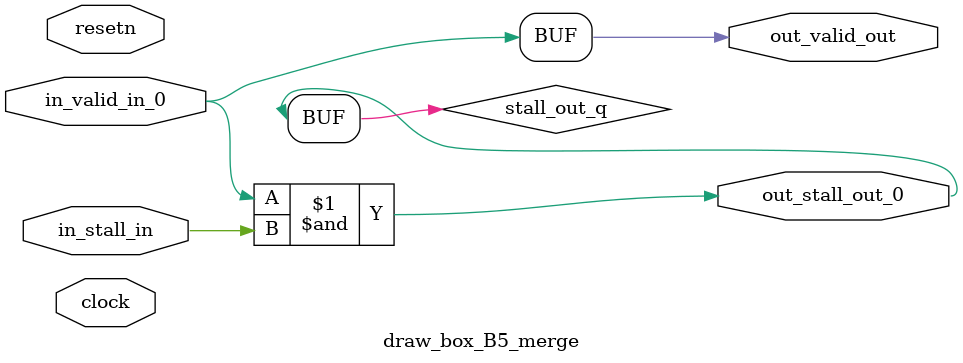
<source format=sv>



(* altera_attribute = "-name AUTO_SHIFT_REGISTER_RECOGNITION OFF; -name MESSAGE_DISABLE 10036; -name MESSAGE_DISABLE 10037; -name MESSAGE_DISABLE 14130; -name MESSAGE_DISABLE 14320; -name MESSAGE_DISABLE 15400; -name MESSAGE_DISABLE 14130; -name MESSAGE_DISABLE 10036; -name MESSAGE_DISABLE 12020; -name MESSAGE_DISABLE 12030; -name MESSAGE_DISABLE 12010; -name MESSAGE_DISABLE 12110; -name MESSAGE_DISABLE 14320; -name MESSAGE_DISABLE 13410; -name MESSAGE_DISABLE 113007; -name MESSAGE_DISABLE 10958" *)
module draw_box_B5_merge (
    input wire [0:0] in_stall_in,
    input wire [0:0] in_valid_in_0,
    output wire [0:0] out_stall_out_0,
    output wire [0:0] out_valid_out,
    input wire clock,
    input wire resetn
    );

    wire [0:0] stall_out_q;


    // stall_out(LOGICAL,6)
    assign stall_out_q = in_valid_in_0 & in_stall_in;

    // out_stall_out_0(GPOUT,4)
    assign out_stall_out_0 = stall_out_q;

    // out_valid_out(GPOUT,5)
    assign out_valid_out = in_valid_in_0;

endmodule

</source>
